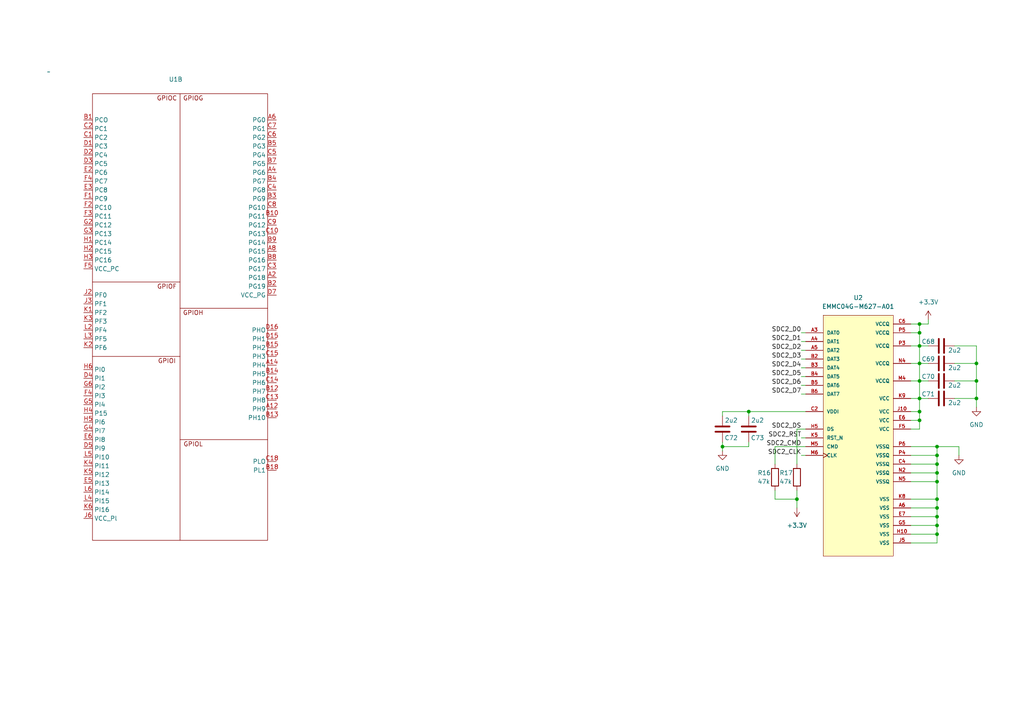
<source format=kicad_sch>
(kicad_sch (version 20230121) (generator eeschema)
  (paper "A4")
  (lib_symbols
    (symbol "Allwinner_H616:Allwinner_H616"
      (property "Reference" "U1" (at 36.83 -2.1844 0))
      (property "Value" "~" (at 0 0 0))
      (symbol "Allwinner_H616_1_0"
        (pin output line (at 64.77 -106.68 180) (length 2.54) (name "VCC_DRAM") (number "L10"))
        (pin output line (at 64.77 -109.22 180) (length 2.54) (name "VCC_DRAM") (number "L11"))
        (pin output line (at 64.77 -111.76 180) (length 2.54) (name "VCC_DRAM") (number "L12"))
        (pin output line (at 64.77 -114.3 180) (length 2.54) (name "VCC_DRAM") (number "L13"))
        (pin output line (at 64.77 -116.84 180) (length 2.54) (name "VDD18_DRAM") (number "L14"))
        (pin output line (at 64.77 -101.6 180) (length 2.54) (name "SZQ") (number "L15"))
        (pin output line (at 8.89 -118.11 0) (length 2.54) (name "SDQM3") (number "N10"))
        (pin output line (at 8.89 -49.53 0) (length 2.54) (name "SA15") (number "N13"))
        (pin output line (at 8.89 -34.29 0) (length 2.54) (name "SA9") (number "N16"))
        (pin output line (at 8.89 -29.21 0) (length 2.54) (name "SA7") (number "N19"))
        (pin output line (at 64.77 -16.51 180) (length 2.54) (name "SDQ2") (number "N2"))
        (pin output line (at 8.89 -74.93 0) (length 2.54) (name "SODT1") (number "N20"))
        (pin output line (at 8.89 -54.61 0) (length 2.54) (name "SBA0") (number "N21"))
        (pin output line (at 64.77 -11.43 180) (length 2.54) (name "SDQ0") (number "N3"))
        (pin output line (at 64.77 -44.45 180) (length 2.54) (name "SDQ13") (number "N4"))
        (pin output line (at 64.77 -49.53 180) (length 2.54) (name "SDQ15") (number "N5"))
        (pin output line (at 64.77 -77.47 180) (length 2.54) (name "SDQ26") (number "N7"))
        (pin output line (at 64.77 -24.13 180) (length 2.54) (name "SDQ5") (number "P1"))
        (pin output line (at 64.77 -82.55 180) (length 2.54) (name "SDQ28") (number "P10"))
        (pin output line (at 64.77 -87.63 180) (length 2.54) (name "SDQ30") (number "P12"))
        (pin output line (at 8.89 -85.09 0) (length 2.54) (name "SCKE1") (number "P13"))
        (pin output line (at 8.89 -24.13 0) (length 2.54) (name "SA5") (number "P15"))
        (pin output line (at 8.89 -44.45 0) (length 2.54) (name "SA13") (number "P16"))
        (pin output line (at 8.89 -64.77 0) (length 2.54) (name "SACT") (number "P18"))
        (pin output line (at 64.77 -29.21 180) (length 2.54) (name "SDQ7") (number "P2"))
        (pin output line (at 8.89 -59.69 0) (length 2.54) (name "SBG0") (number "P20"))
        (pin output line (at 8.89 -62.23 0) (length 2.54) (name "SBG1") (number "P21"))
        (pin output line (at 64.77 -36.83 180) (length 2.54) (name "SDQ10") (number "P4"))
        (pin output line (at 64.77 -31.75 180) (length 2.54) (name "SDQ8") (number "P5"))
        (pin output line (at 64.77 -46.99 180) (length 2.54) (name "SDQ14") (number "P6"))
        (pin output line (at 64.77 -74.93 180) (length 2.54) (name "SDQ25") (number "P7"))
        (pin output line (at 64.77 -80.01 180) (length 2.54) (name "SDQ27") (number "P9"))
        (pin output line (at 8.89 -92.71 0) (length 2.54) (name "SDQS0N") (number "R1"))
        (pin output line (at 64.77 -90.17 180) (length 2.54) (name "SDQ31") (number "R12"))
        (pin output line (at 8.89 -57.15 0) (length 2.54) (name "SBA1") (number "R15"))
        (pin output line (at 8.89 -21.59 0) (length 2.54) (name "SA4") (number "R18"))
        (pin output line (at 8.89 -36.83 0) (length 2.54) (name "SA10") (number "R19"))
        (pin output line (at 8.89 -90.17 0) (length 2.54) (name "SDQS0P") (number "R2"))
        (pin output line (at 8.89 -69.85 0) (length 2.54) (name "SCS1") (number "R20"))
        (pin output line (at 8.89 -113.03 0) (length 2.54) (name "SDQM1") (number "R3"))
        (pin output line (at 64.77 -39.37 180) (length 2.54) (name "SDQ11") (number "R4"))
        (pin output line (at 64.77 -41.91 180) (length 2.54) (name "SDQ12") (number "R6"))
        (pin output line (at 64.77 -72.39 180) (length 2.54) (name "SDQ24") (number "R9"))
        (pin output line (at 64.77 -52.07 180) (length 2.54) (name "SDQ16") (number "T11"))
        (pin output line (at 64.77 -57.15 180) (length 2.54) (name "SDQ18") (number "T12"))
        (pin output line (at 8.89 -77.47 0) (length 2.54) (name "SCKP") (number "T14"))
        (pin output line (at 8.89 -19.05 0) (length 2.54) (name "SA3") (number "T16"))
        (pin output line (at 8.89 -16.51 0) (length 2.54) (name "SA2") (number "T18"))
        (pin output line (at 64.77 -26.67 180) (length 2.54) (name "SDQ6") (number "T2"))
        (pin output line (at 8.89 -72.39 0) (length 2.54) (name "SODT0") (number "T20"))
        (pin output line (at 8.89 -11.43 0) (length 2.54) (name "SA0") (number "T21"))
        (pin output line (at 64.77 -19.05 180) (length 2.54) (name "SDQ3") (number "T4"))
        (pin output line (at 64.77 -69.85 180) (length 2.54) (name "SDQ23") (number "T5"))
        (pin output line (at 64.77 -62.23 180) (length 2.54) (name "SDQ20") (number "T6"))
        (pin output line (at 64.77 -67.31 180) (length 2.54) (name "SDQ22") (number "T7"))
        (pin output line (at 8.89 -115.57 0) (length 2.54) (name "SDQM2") (number "T9"))
        (pin output line (at 8.89 -110.49 0) (length 2.54) (name "SDQM0") (number "U1"))
        (pin output line (at 8.89 -107.95 0) (length 2.54) (name "SDQS3N") (number "U10"))
        (pin output line (at 64.77 -85.09 180) (length 2.54) (name "SDQ29") (number "U11"))
        (pin output line (at 64.77 -54.61 180) (length 2.54) (name "SDQ17") (number "U12"))
        (pin output line (at 8.89 -80.01 0) (length 2.54) (name "SCKN") (number "U14"))
        (pin output line (at 8.89 -39.37 0) (length 2.54) (name "SA11") (number "U15"))
        (pin output line (at 8.89 -41.91 0) (length 2.54) (name "SA12") (number "U16"))
        (pin output line (at 8.89 -13.97 0) (length 2.54) (name "SA1") (number "U17"))
        (pin output line (at 8.89 -52.07 0) (length 2.54) (name "SA16") (number "U18"))
        (pin output line (at 8.89 -31.75 0) (length 2.54) (name "SA8") (number "U19"))
        (pin output line (at 8.89 -95.25 0) (length 2.54) (name "SDQS1P") (number "U2"))
        (pin output line (at 8.89 -26.67 0) (length 2.54) (name "SA6") (number "U20"))
        (pin output line (at 8.89 -87.63 0) (length 2.54) (name "SRST") (number "U21"))
        (pin output line (at 64.77 -21.59 180) (length 2.54) (name "SDQ4") (number "U3"))
        (pin output line (at 64.77 -13.97 180) (length 2.54) (name "SDQ1") (number "U4"))
        (pin output line (at 64.77 -64.77 180) (length 2.54) (name "SDQ21") (number "U5"))
        (pin output line (at 8.89 -102.87 0) (length 2.54) (name "SDQS2N") (number "U8"))
        (pin output line (at 64.77 -59.69 180) (length 2.54) (name "SDQ19") (number "U9"))
        (pin output line (at 8.89 -105.41 0) (length 2.54) (name "SDQS3P") (number "V10"))
        (pin output line (at 8.89 -82.55 0) (length 2.54) (name "SCKE0") (number "V15"))
        (pin output line (at 8.89 -67.31 0) (length 2.54) (name "SCS0") (number "V17"))
        (pin output line (at 8.89 -97.79 0) (length 2.54) (name "SDQS1N") (number "V2"))
        (pin output line (at 8.89 -46.99 0) (length 2.54) (name "SA14") (number "V20"))
        (pin output line (at 64.77 -34.29 180) (length 2.54) (name "SDQ9") (number "V3"))
        (pin output line (at 8.89 -100.33 0) (length 2.54) (name "SDQS2P") (number "V8"))
      )
      (symbol "Allwinner_H616_1_1"
        (polyline (pts (xy 21.59 -5.08) (xy 21.59 -90.17)))
        (polyline (pts (xy 33.02 -5.08) (xy 33.02 -90.17)))
        (rectangle (start 11.43 -5.08) (end 62.23 -123.19))
        (text "SA7\nSA11\nSA2\nSRAS\nSA13\nSA14\nSBA2\nSCSI\nSA10\nSCAS\nSA3\nSBA1\nSA4\nSA12\nSWE\nSA6\nSA15\nSODT1\nSA1\nSBA0\nSCS0\nSA0\nSA8\nSA5\nSA9\nSODT0\n\n\n\n\n\n\n\n\n\n\n\nSRAS" (at 24.13 -49.53 0) (effects (font (size 1.27 1.27)) (justify left)))
        (text "SDRAM" (at 15.24 -6.35 0) (effects (font (size 1.27 1.27))))
        (pin output line (at 64.77 -104.14 180) (length 2.54) (name "VCC_DRAM") (number "L9"))
      )
      (symbol "Allwinner_H616_2_0"
        (pin output line (at 66.04 -97.79 180) (length 2.54) (name "PH9") (number "A12"))
        (pin output line (at 66.04 -85.09 180) (length 2.54) (name "PH4") (number "A14"))
        (pin output line (at 66.04 -59.69 180) (length 2.54) (name "PG18") (number "A2"))
        (pin output line (at 66.04 -29.21 180) (length 2.54) (name "PG6") (number "A4"))
        (pin output line (at 66.04 -13.97 180) (length 2.54) (name "PG0") (number "A6"))
        (pin output line (at 66.04 -52.07 180) (length 2.54) (name "PG15") (number "A8"))
        (pin output line (at 10.16 -13.97 0) (length 2.54) (name "PCO") (number "B1"))
        (pin output line (at 66.04 -41.91 180) (length 2.54) (name "PG11") (number "B10"))
        (pin output line (at 66.04 -92.71 180) (length 2.54) (name "PH7") (number "B12"))
        (pin output line (at 66.04 -100.33 180) (length 2.54) (name "PH10") (number "B13"))
        (pin output line (at 66.04 -87.63 180) (length 2.54) (name "PH5") (number "B14"))
        (pin output line (at 66.04 -80.01 180) (length 2.54) (name "PH2") (number "B15"))
        (pin output line (at 66.04 -115.57 180) (length 2.54) (name "PL1") (number "B18"))
        (pin output line (at 66.04 -62.23 180) (length 2.54) (name "PG19") (number "B2"))
        (pin output line (at 66.04 -36.83 180) (length 2.54) (name "PG9") (number "B3"))
        (pin output line (at 66.04 -31.75 180) (length 2.54) (name "PG7") (number "B4"))
        (pin output line (at 66.04 -21.59 180) (length 2.54) (name "PG3") (number "B5"))
        (pin output line (at 66.04 -26.67 180) (length 2.54) (name "PG5") (number "B7"))
        (pin output line (at 66.04 -54.61 180) (length 2.54) (name "PG16") (number "B8"))
        (pin output line (at 66.04 -49.53 180) (length 2.54) (name "PG14") (number "B9"))
        (pin output line (at 10.16 -19.05 0) (length 2.54) (name "PC2") (number "C1"))
        (pin output line (at 66.04 -46.99 180) (length 2.54) (name "PG13") (number "C10"))
        (pin output line (at 66.04 -95.25 180) (length 2.54) (name "PH8") (number "C13"))
        (pin output line (at 66.04 -90.17 180) (length 2.54) (name "PH6") (number "C14"))
        (pin output line (at 66.04 -82.55 180) (length 2.54) (name "PH3") (number "C15"))
        (pin output line (at 66.04 -113.03 180) (length 2.54) (name "PLO") (number "C18"))
        (pin output line (at 10.16 -16.51 0) (length 2.54) (name "PC1") (number "C2"))
        (pin output line (at 66.04 -57.15 180) (length 2.54) (name "PG17") (number "C3"))
        (pin output line (at 66.04 -34.29 180) (length 2.54) (name "PG8") (number "C4"))
        (pin output line (at 66.04 -24.13 180) (length 2.54) (name "PG4") (number "C5"))
        (pin output line (at 66.04 -19.05 180) (length 2.54) (name "PG2") (number "C6"))
        (pin output line (at 66.04 -16.51 180) (length 2.54) (name "PG1") (number "C7"))
        (pin output line (at 66.04 -39.37 180) (length 2.54) (name "PG10") (number "C8"))
        (pin output line (at 66.04 -44.45 180) (length 2.54) (name "PG12") (number "C9"))
        (pin output line (at 10.16 -21.59 0) (length 2.54) (name "PC3") (number "D1"))
        (pin output line (at 66.04 -77.47 180) (length 2.54) (name "PH1") (number "D15"))
        (pin output line (at 66.04 -74.93 180) (length 2.54) (name "PHO") (number "D16"))
        (pin output line (at 10.16 -24.13 0) (length 2.54) (name "PC4") (number "D2"))
        (pin output line (at 10.16 -26.67 0) (length 2.54) (name "PC5") (number "D3"))
        (pin output line (at 10.16 -88.9 0) (length 2.54) (name "PI1") (number "D4"))
        (pin output line (at 10.16 -109.22 0) (length 2.54) (name "PI9") (number "D5"))
        (pin output line (at 66.04 -64.77 180) (length 2.54) (name "VCC_PG") (number "D7"))
        (pin output line (at 10.16 -29.21 0) (length 2.54) (name "PC6") (number "E2"))
        (pin output line (at 10.16 -34.29 0) (length 2.54) (name "PC8") (number "E3"))
        (pin output line (at 10.16 -119.38 0) (length 2.54) (name "PI13") (number "E5"))
        (pin output line (at 10.16 -106.68 0) (length 2.54) (name "PI8") (number "E6"))
        (pin output line (at 10.16 -36.83 0) (length 2.54) (name "PC9") (number "F1"))
        (pin output line (at 10.16 -39.37 0) (length 2.54) (name "PC10") (number "F2"))
        (pin output line (at 10.16 -41.91 0) (length 2.54) (name "PC11") (number "F3"))
        (pin output line (at 10.16 -31.75 0) (length 2.54) (name "PC7") (number "F4"))
        (pin output line (at 10.16 -93.98 0) (length 2.54) (name "PI3") (number "F4"))
        (pin output line (at 10.16 -57.15 0) (length 2.54) (name "VCC_PC") (number "F5"))
        (pin output line (at 10.16 -44.45 0) (length 2.54) (name "PC12") (number "G2"))
        (pin output line (at 10.16 -46.99 0) (length 2.54) (name "PC13") (number "G3"))
        (pin output line (at 10.16 -104.14 0) (length 2.54) (name "PI7") (number "G4"))
        (pin output line (at 10.16 -96.52 0) (length 2.54) (name "PI4") (number "G5"))
        (pin output line (at 10.16 -91.44 0) (length 2.54) (name "PI2") (number "G6"))
        (pin output line (at 10.16 -49.53 0) (length 2.54) (name "PC14") (number "H1"))
        (pin output line (at 10.16 -52.07 0) (length 2.54) (name "PC15") (number "H2"))
        (pin output line (at 10.16 -54.61 0) (length 2.54) (name "PC16") (number "H3"))
        (pin output line (at 10.16 -99.06 0) (length 2.54) (name "P15") (number "H4"))
        (pin output line (at 10.16 -101.6 0) (length 2.54) (name "PI6") (number "H5"))
        (pin output line (at 10.16 -86.36 0) (length 2.54) (name "PI0") (number "H6"))
        (pin output line (at 10.16 -64.77 0) (length 2.54) (name "PF0") (number "J2"))
        (pin output line (at 10.16 -67.31 0) (length 2.54) (name "PF1") (number "J3"))
        (pin output line (at 10.16 -129.54 0) (length 2.54) (name "VCC_Pl") (number "J6"))
        (pin output line (at 10.16 -69.85 0) (length 2.54) (name "PF2") (number "K1"))
        (pin output line (at 10.16 -80.01 0) (length 2.54) (name "PF6") (number "K2"))
        (pin output line (at 10.16 -72.39 0) (length 2.54) (name "PF3") (number "K3"))
        (pin output line (at 10.16 -114.3 0) (length 2.54) (name "PI11") (number "K4"))
        (pin output line (at 10.16 -116.84 0) (length 2.54) (name "PI12") (number "K5"))
        (pin output line (at 10.16 -127 0) (length 2.54) (name "PI16") (number "K6"))
        (pin output line (at 10.16 -74.93 0) (length 2.54) (name "PF4") (number "L2"))
        (pin output line (at 10.16 -77.47 0) (length 2.54) (name "PF5") (number "L3"))
        (pin output line (at 10.16 -124.46 0) (length 2.54) (name "PI15") (number "L4"))
        (pin output line (at 10.16 -111.76 0) (length 2.54) (name "PI10") (number "L5"))
        (pin output line (at 10.16 -121.92 0) (length 2.54) (name "PI14") (number "L6"))
      )
      (symbol "Allwinner_H616_2_1"
        (polyline (pts (xy 12.7 -82.55) (xy 38.1 -82.55)))
        (polyline (pts (xy 12.7 -60.96) (xy 38.1 -60.96)))
        (polyline (pts (xy 38.1 -135.89) (xy 38.1 -6.35)))
        (polyline (pts (xy 63.5 -106.68) (xy 38.1 -106.68)))
        (polyline (pts (xy 63.5 -68.58) (xy 38.1 -68.58)))
        (rectangle (start 12.7 -6.35) (end 63.5 -135.89))
        (text "GPIOC\n" (at 34.29 -7.62 0) (effects (font (size 1.27 1.27))))
        (text "GPIOF\n" (at 34.29 -62.23 0) (effects (font (size 1.27 1.27))))
        (text "GPIOG\n" (at 41.91 -7.62 0) (effects (font (size 1.27 1.27))))
        (text "GPIOH\n" (at 41.91 -69.85 0) (effects (font (size 1.27 1.27))))
        (text "GPIOI" (at 34.29 -83.82 0) (effects (font (size 1.27 1.27))))
        (text "GPIOL\n" (at 41.91 -107.95 0) (effects (font (size 1.27 1.27))))
      )
      (symbol "Allwinner_H616_3_0"
        (pin output line (at 8.89 -38.1 0) (length 2.54) (name "RESET") (number "A16"))
        (pin output line (at 66.04 -69.85 180) (length 2.54) (name "EPHY_TXP") (number "A19"))
        (pin output line (at 66.04 -67.31 180) (length 2.54) (name "EPHY_TXN") (number "A20"))
        (pin output line (at 10.16 -77.47 0) (length 2.54) (name "DXIN") (number "B11"))
        (pin output line (at 8.89 -33.02 0) (length 2.54) (name "FEL") (number "B17"))
        (pin output line (at 66.04 -59.69 180) (length 2.54) (name "EPHY_RTX") (number "B19"))
        (pin output line (at 66.04 -64.77 180) (length 2.54) (name "EPHY_RXP") (number "B20"))
        (pin output line (at 66.04 -62.23 180) (length 2.54) (name "EPHY_RXN") (number "B21"))
        (pin output line (at 10.16 -85.09 0) (length 2.54) (name "REFCLK_OUT") (number "C11"))
        (pin output line (at 10.16 -80.01 0) (length 2.54) (name "DXOUT") (number "C12"))
        (pin output line (at 8.89 -35.56 0) (length 2.54) (name "JTAG_SEL") (number "C16"))
        (pin output line (at 66.04 -29.21 180) (length 2.54) (name "HTX2P") (number "C19"))
        (pin output line (at 66.04 -26.67 180) (length 2.54) (name "HTX2N") (number "C20"))
        (pin output line (at 10.16 -87.63 0) (length 2.54) (name "VCC_DOXO") (number "D11"))
        (pin output line (at 66.04 -100.33 180) (length 2.54) (name "VCC_PLL") (number "D12"))
        (pin output line (at 10.16 -82.55 0) (length 2.54) (name "DXLDO__OUT") (number "D13"))
        (pin output line (at 8.89 -40.64 0) (length 2.54) (name "PLLTEST") (number "D14"))
        (pin output line (at 66.04 -54.61 180) (length 2.54) (name "AC_VRA1") (number "D17"))
        (pin output line (at 66.04 -57.15 180) (length 2.54) (name "AC_AVCC") (number "D18"))
        (pin output line (at 66.04 -24.13 180) (length 2.54) (name "HTX1P") (number "D20"))
        (pin output line (at 66.04 -21.59 180) (length 2.54) (name "HTXIN") (number "D21"))
        (pin output line (at 66.04 -72.39 180) (length 2.54) (name "VCC_EPHY") (number "E18"))
        (pin output line (at 66.04 -19.05 180) (length 2.54) (name "HTXOP") (number "E19"))
        (pin output line (at 66.04 -16.51 180) (length 2.54) (name "HTXON") (number "E20"))
        (pin output line (at 66.04 -46.99 180) (length 2.54) (name "VCC_HDMI") (number "F18"))
        (pin output line (at 66.04 -41.91 180) (length 2.54) (name "HSCL") (number "F19"))
        (pin output line (at 66.04 -34.29 180) (length 2.54) (name "HTXCP") (number "F20"))
        (pin output line (at 66.04 -31.75 180) (length 2.54) (name "HTXCN") (number "F21"))
        (pin output line (at 66.04 -36.83 180) (length 2.54) (name "HCEC") (number "G17"))
        (pin output line (at 66.04 -39.37 180) (length 2.54) (name "HHPD") (number "G18"))
        (pin output line (at 66.04 -87.63 180) (length 2.54) (name "LINEOUTL") (number "G19"))
        (pin output line (at 66.04 -90.17 180) (length 2.54) (name "LINEOUTR") (number "G20"))
        (pin output line (at 66.04 -44.45 180) (length 2.54) (name "HSDA") (number "G21"))
        (pin output line (at 66.04 -85.09 180) (length 2.54) (name "AVCC") (number "H17"))
        (pin output line (at 66.04 -92.71 180) (length 2.54) (name "AGND") (number "H18"))
        (pin output line (at 10.16 -26.67 0) (length 2.54) (name "VCC_TV") (number "H20"))
        (pin output line (at 66.04 -82.55 180) (length 2.54) (name "VRA2") (number "J17"))
        (pin output line (at 66.04 -80.01 180) (length 2.54) (name "VRA1") (number "J18"))
        (pin output line (at 10.16 -48.26 0) (length 2.54) (name "USB0_DM") (number "J19"))
        (pin output line (at 10.16 -50.8 0) (length 2.54) (name "USB0_DP") (number "J20"))
        (pin output line (at 10.16 -24.13 0) (length 2.54) (name "TV_OUT") (number "J21"))
        (pin output line (at 66.04 -95.25 180) (length 2.54) (name "REXT") (number "K18"))
        (pin output line (at 10.16 -58.42 0) (length 2.54) (name "USB2_DM") (number "K19"))
        (pin output line (at 10.16 -60.96 0) (length 2.54) (name "USB2_DP") (number "K20"))
        (pin output line (at 10.16 -17.78 0) (length 2.54) (name "LRADC") (number "L18"))
        (pin output line (at 10.16 -63.5 0) (length 2.54) (name "USB3_DM") (number "L19"))
        (pin output line (at 10.16 -66.04 0) (length 2.54) (name "USB3_DP") (number "L20"))
        (pin output line (at 10.16 -68.58 0) (length 2.54) (name "VCC_USB") (number "M18"))
        (pin output line (at 10.16 -53.34 0) (length 2.54) (name "USB1_DM") (number "M19"))
        (pin output line (at 10.16 -55.88 0) (length 2.54) (name "USB1_DP") (number "M20"))
      )
      (symbol "Allwinner_H616_3_1"
        (polyline (pts (xy 12.7 -72.39) (xy 38.1 -72.39)))
        (polyline (pts (xy 12.7 -44.45) (xy 38.1 -44.45)))
        (polyline (pts (xy 12.7 -29.21) (xy 38.1 -29.21)))
        (polyline (pts (xy 12.7 -20.32) (xy 38.1 -20.32)))
        (polyline (pts (xy 38.1 -76.2) (xy 63.5 -76.2)))
        (polyline (pts (xy 38.1 -11.43) (xy 38.1 -102.87)))
        (polyline (pts (xy 63.5 -50.8) (xy 38.1 -50.8)))
        (rectangle (start 12.7 -11.43) (end 63.5 -102.87))
        (text "AC+EPHY" (at 44.45 -52.07 0) (effects (font (size 1.27 1.27))))
        (text "AUDIO CODEC" (at 45.72 -77.47 0) (effects (font (size 1.27 1.27))))
        (text "DCXO\n" (at 34.29 -73.66 0) (effects (font (size 1.27 1.27))))
        (text "HDMI\n" (at 41.91 -12.7 0) (effects (font (size 1.27 1.27))))
        (text "LRADC\n" (at 33.02 -12.7 0) (effects (font (size 1.27 1.27))))
        (text "SYSTEM\n" (at 33.02 -30.48 0) (effects (font (size 1.27 1.27))))
        (text "TV OUT" (at 33.02 -21.59 0) (effects (font (size 1.27 1.27))))
        (text "USB\n" (at 34.29 -45.72 0) (effects (font (size 1.27 1.27))))
      )
      (symbol "Allwinner_H616_4_0"
        (pin output line (at 10.668 -75.692 0) (length 2.54) (name "GND1") (number "A1"))
        (pin output line (at 10.668 -78.232 0) (length 2.54) (name "GND2") (number "A10"))
        (pin output line (at 10.668 -80.772 0) (length 2.54) (name "GND3") (number "A18"))
        (pin output line (at 10.668 -83.312 0) (length 2.54) (name "GND4") (number "A21"))
        (pin output line (at 10.668 -88.392 0) (length 2.54) (name "GND6") (number "B16"))
        (pin output line (at 10.668 -85.852 0) (length 2.54) (name "GND5") (number "B6"))
        (pin output line (at 10.668 -69.342 0) (length 2.54) (name "VCC_IO") (number "D10"))
        (pin output line (at 10.668 -90.932 0) (length 2.54) (name "GND7") (number "D19"))
        (pin output line (at 10.668 -55.372 0) (length 2.54) (name "VDD_GPU2") (number "F10"))
        (pin output line (at 10.668 -10.922 0) (length 2.54) (name "VDD_SYS1") (number "F11"))
        (pin output line (at 10.668 -13.462 0) (length 2.54) (name "VDD_SYS2") (number "F12"))
        (pin output line (at 10.668 -16.002 0) (length 2.54) (name "VDD_SYS3") (number "F13"))
        (pin output line (at 10.668 -93.472 0) (length 2.54) (name "GND8") (number "F14"))
        (pin output line (at 10.668 -96.012 0) (length 2.54) (name "GND9") (number "F15"))
        (pin output line (at 10.668 -62.992 0) (length 2.54) (name "VDD_GPUFB") (number "F8"))
        (pin output line (at 10.668 -52.832 0) (length 2.54) (name "VDD_GPU1") (number "F9"))
        (pin output line (at 10.668 -18.542 0) (length 2.54) (name "VDD_SYS4") (number "G10"))
        (pin output line (at 10.668 -21.082 0) (length 2.54) (name "VDD_SYS5") (number "G11"))
        (pin output line (at 10.668 -23.622 0) (length 2.54) (name "VDD_SYS6") (number "G12"))
        (pin output line (at 10.668 -98.552 0) (length 2.54) (name "GND10") (number "G13"))
        (pin output line (at 10.668 -101.092 0) (length 2.54) (name "GND11") (number "G14"))
        (pin output line (at 10.668 -103.632 0) (length 2.54) (name "GND12") (number "G15"))
        (pin output line (at 10.668 -57.912 0) (length 2.54) (name "VDD_GPU3") (number "G8"))
        (pin output line (at 10.668 -60.452 0) (length 2.54) (name "VDD_GPU4") (number "G9"))
        (pin output line (at 10.668 -106.172 0) (length 2.54) (name "GND13") (number "H10"))
        (pin output line (at 10.668 -108.712 0) (length 2.54) (name "GND14") (number "H11"))
        (pin output line (at 10.668 -111.252 0) (length 2.54) (name "GND15") (number "H12"))
        (pin output line (at 65.278 -9.652 180) (length 2.54) (name "GND16") (number "H13"))
        (pin output line (at 65.278 -12.192 180) (length 2.54) (name "GND17") (number "H14"))
        (pin output line (at 65.278 -14.732 180) (length 2.54) (name "GND18") (number "H15"))
        (pin output line (at 65.278 -17.272 180) (length 2.54) (name "GND19") (number "H19"))
        (pin output line (at 10.668 -31.242 0) (length 2.54) (name "VDD_CPU1") (number "H8"))
        (pin output line (at 10.668 -33.782 0) (length 2.54) (name "VDD_CPU2") (number "H9"))
        (pin output line (at 10.668 -41.402 0) (length 2.54) (name "VDD_CPU5") (number "J10"))
        (pin output line (at 10.668 -43.942 0) (length 2.54) (name "VDD_CPU6") (number "J11"))
        (pin output line (at 65.278 -19.812 180) (length 2.54) (name "GND20") (number "J12"))
        (pin output line (at 65.278 -22.352 180) (length 2.54) (name "GND21") (number "J13"))
        (pin output line (at 65.278 -24.892 180) (length 2.54) (name "GND22") (number "J14"))
        (pin output line (at 65.278 -27.432 180) (length 2.54) (name "GND23") (number "J15"))
        (pin output line (at 10.668 -36.322 0) (length 2.54) (name "VDD_CPU3") (number "J8"))
        (pin output line (at 10.668 -38.862 0) (length 2.54) (name "VDD_CPU4") (number "J9"))
        (pin output line (at 65.278 -35.052 180) (length 2.54) (name "GND26") (number "K10"))
        (pin output line (at 65.278 -37.592 180) (length 2.54) (name "GND27") (number "K11"))
        (pin output line (at 65.278 -40.132 180) (length 2.54) (name "GND28") (number "K12"))
        (pin output line (at 65.278 -42.672 180) (length 2.54) (name "GND29") (number "K13"))
        (pin output line (at 65.278 -45.212 180) (length 2.54) (name "GND30") (number "K14"))
        (pin output line (at 65.278 -47.752 180) (length 2.54) (name "GND31") (number "K15"))
        (pin output line (at 65.278 -29.972 180) (length 2.54) (name "GND24") (number "K8"))
        (pin output line (at 65.278 -32.512 180) (length 2.54) (name "GND25") (number "K9"))
        (pin output line (at 65.278 -50.292 180) (length 2.54) (name "GND32") (number "L21"))
        (pin output line (at 10.668 -46.482 0) (length 2.54) (name "VDD_CPUFB") (number "L8"))
        (pin output line (at 65.278 -52.832 180) (length 2.54) (name "GND33") (number "M1"))
        (pin output line (at 65.278 -55.372 180) (length 2.54) (name "GND34") (number "M2"))
        (pin output line (at 65.278 -57.912 180) (length 2.54) (name "GND35") (number "M3"))
        (pin output line (at 65.278 -65.532 180) (length 2.54) (name "GND38") (number "N12"))
        (pin output line (at 65.278 -68.072 180) (length 2.54) (name "GND39") (number "N15"))
        (pin output line (at 65.278 -70.612 180) (length 2.54) (name "GND40") (number "N18"))
        (pin output line (at 65.278 -60.452 180) (length 2.54) (name "GND36") (number "N6"))
        (pin output line (at 65.278 -62.992 180) (length 2.54) (name "GND37") (number "N9"))
        (pin output line (at 65.278 -73.152 180) (length 2.54) (name "GND41") (number "P3"))
        (pin output line (at 65.278 -78.232 180) (length 2.54) (name "GND43") (number "R21"))
        (pin output line (at 65.278 -75.692 180) (length 2.54) (name "GND42") (number "R5"))
        (pin output line (at 65.278 -80.772 180) (length 2.54) (name "GND44") (number "T1"))
        (pin output line (at 65.278 -88.392 180) (length 2.54) (name "GND47") (number "T10"))
        (pin output line (at 65.278 -90.932 180) (length 2.54) (name "GND48") (number "T15"))
        (pin output line (at 65.278 -93.472 180) (length 2.54) (name "GND49") (number "T17"))
        (pin output line (at 65.278 -83.312 180) (length 2.54) (name "GND45") (number "T3"))
        (pin output line (at 65.278 -85.852 180) (length 2.54) (name "GND46") (number "T8"))
        (pin output line (at 65.278 -98.552 180) (length 2.54) (name "GND51") (number "U13"))
        (pin output line (at 65.278 -96.012 180) (length 2.54) (name "GND50") (number "U6"))
        (pin output line (at 65.278 -101.092 180) (length 2.54) (name "GND52") (number "V1"))
        (pin output line (at 65.278 -106.172 180) (length 2.54) (name "GND54") (number "V12"))
        (pin output line (at 65.278 -108.712 180) (length 2.54) (name "GND55") (number "V19"))
        (pin output line (at 65.278 -111.252 180) (length 2.54) (name "GND56") (number "V21"))
        (pin output line (at 65.278 -103.632 180) (length 2.54) (name "GND53") (number "V5"))
      )
      (symbol "Allwinner_H616_4_1"
        (polyline (pts (xy 39.37 -6.35) (xy 39.37 -121.92)))
        (rectangle (start 13.208 -6.35) (end 62.484 -121.92))
        (text "GND" (at 43.18 -7.62 0) (effects (font (size 1.27 1.27))))
        (text "POWER\n" (at 34.29 -7.62 0) (effects (font (size 1.27 1.27))))
      )
    )
    (symbol "Device:C" (pin_numbers hide) (pin_names (offset 0.254))
      (property "Reference" "C" (at 0.635 2.54 0))
      (property "Value" "C" (at 0.635 -2.54 0))
      (symbol "C_0_1"
        (polyline (pts (xy -2.032 -0.762) (xy 2.032 -0.762)) (stroke (width 0.508)))
        (polyline (pts (xy -2.032 0.762) (xy 2.032 0.762)) (stroke (width 0.508)))
      )
      (symbol "C_1_1"
        (pin passive line (at 0 3.81 270) (length 2.794) (name "~") (number "1"))
        (pin passive line (at 0 -3.81 90) (length 2.794) (name "~") (number "2"))
      )
    )
    (symbol "Device:R" (pin_numbers hide) (pin_names (offset 0))
      (property "Reference" "R" (at 2.032 0 90))
      (property "Value" "R" (at 0 0 90))
      (symbol "R_0_1"
        (rectangle (start -1.016 -2.54) (end 1.016 2.54) (stroke (width 0.254)))
      )
      (symbol "R_1_1"
        (pin passive line (at 0 3.81 270) (length 1.27) (name "~") (number "1"))
        (pin passive line (at 0 -3.81 90) (length 1.27) (name "~") (number "2"))
      )
    )
    (symbol "EMMC04G-M627-A01:EMMC04G-M627-A01" (pin_names (offset 1.016))
      (property "Reference" "U2" (at 0 30.48 0))
      (property "Value" "EMMC04G-M627-A01" (at 0 27.94 0))
      (symbol "EMMC04G-M627-A01_0_0"
        (rectangle (start -10.16 25.4) (end 10.16 -44.45) (stroke (width 0.127)) (fill (type background)))
        (pin bidirectional line (at -15.24 20.32 0) (length 5.08) (name "DAT0") (number "A3"))
        (pin bidirectional line (at -15.24 17.78 0) (length 5.08) (name "DAT1") (number "A4"))
        (pin bidirectional line (at -15.24 15.24 0) (length 5.08) (name "DAT2") (number "A5"))
        (pin power_in line (at 15.24 -30.48 180) (length 5.08) (name "VSS") (number "A6"))
        (pin bidirectional line (at -15.24 12.7 0) (length 5.08) (name "DAT3") (number "B2"))
        (pin bidirectional line (at -15.24 10.16 0) (length 5.08) (name "DAT4") (number "B3"))
        (pin bidirectional line (at -15.24 7.62 0) (length 5.08) (name "DAT5") (number "B4"))
        (pin bidirectional line (at -15.24 5.08 0) (length 5.08) (name "DAT6") (number "B5"))
        (pin bidirectional line (at -15.24 2.54 0) (length 5.08) (name "DAT7") (number "B6"))
        (pin power_in line (at -15.24 -2.54 0) (length 5.08) (name "VDDI") (number "C2"))
        (pin power_in line (at 15.24 -17.78 180) (length 5.08) (name "VSSQ") (number "C4"))
        (pin power_in line (at 15.24 22.86 180) (length 5.08) (name "VCCQ") (number "C6"))
        (pin power_in line (at 15.24 -5.08 180) (length 5.08) (name "VCC") (number "E6"))
        (pin power_in line (at 15.24 -33.02 180) (length 5.08) (name "VSS") (number "E7"))
        (pin power_in line (at 15.24 -7.62 180) (length 5.08) (name "VCC") (number "F5"))
        (pin power_in line (at 15.24 -35.56 180) (length 5.08) (name "VSS") (number "G5"))
        (pin power_in line (at 15.24 -38.1 180) (length 5.08) (name "VSS") (number "H10"))
        (pin bidirectional line (at -15.24 -7.62 0) (length 5.08) (name "DS") (number "H5"))
        (pin power_in line (at 15.24 -2.54 180) (length 5.08) (name "VCC") (number "J10"))
        (pin power_in line (at 15.24 -40.64 180) (length 5.08) (name "VSS") (number "J5"))
        (pin input line (at -15.24 -10.16 0) (length 5.08) (name "RST_N") (number "K5"))
        (pin power_in line (at 15.24 -27.94 180) (length 5.08) (name "VSS") (number "K8"))
        (pin power_in line (at 15.24 1.27 180) (length 5.08) (name "VCC") (number "K9"))
        (pin power_in line (at 15.24 6.35 180) (length 5.08) (name "VCCQ") (number "M4"))
        (pin bidirectional line (at -15.24 -12.7 0) (length 5.08) (name "CMD") (number "M5"))
        (pin input clock (at -15.24 -15.24 0) (length 5.08) (name "CLK") (number "M6"))
        (pin power_in line (at 15.24 -20.32 180) (length 5.08) (name "VSSQ") (number "N2"))
        (pin power_in line (at 15.24 11.43 180) (length 5.08) (name "VCCQ") (number "N4"))
        (pin power_in line (at 15.24 -22.86 180) (length 5.08) (name "VSSQ") (number "N5"))
        (pin power_in line (at 15.24 16.51 180) (length 5.08) (name "VCCQ") (number "P3"))
        (pin power_in line (at 15.24 -15.24 180) (length 5.08) (name "VSSQ") (number "P4"))
        (pin power_in line (at 15.24 20.32 180) (length 5.08) (name "VCCQ") (number "P5"))
        (pin power_in line (at 15.24 -12.7 180) (length 5.08) (name "VSSQ") (number "P6"))
      )
    )
    (symbol "power:+3.3V" (power) (pin_names (offset 0))
      (property "Value" "+3.3V" (at 0 3.556 0))
      (symbol "+3.3V_0_1"
        (polyline (pts (xy -0.762 1.27) (xy 0 2.54)))
        (polyline (pts (xy 0 0) (xy 0 2.54)))
        (polyline (pts (xy 0 2.54) (xy 0.762 1.27)))
      )
      (symbol "+3.3V_1_1"
        (pin power_in line (at 0 0 90) (length 0) hide (name "+3.3V") (number "1"))
      )
    )
    (symbol "power:GND" (power) (pin_names (offset 0))
      (property "Value" "GND" (at 0 -3.81 0))
      (symbol "GND_0_1"
        (polyline (pts (xy 0 0) (xy 0 -1.27) (xy 1.27 -1.27) (xy 0 -2.54) (xy -1.27 -1.27) (xy 0 -1.27)))
      )
      (symbol "GND_1_1"
        (pin power_in line (at 0 0 270) (length 0) hide (name "GND") (number "1"))
      )
    )
  )
  (junction (at 271.78 134.62))
  (junction (at 271.78 139.7))
  (junction (at 271.78 152.4))
  (junction (at 271.78 144.78))
  (junction (at 271.78 132.08))
  (junction (at 283.21 105.41))
  (junction (at 283.21 115.57))
  (junction (at 271.78 137.16))
  (junction (at 266.7 100.33))
  (junction (at 266.7 121.92))
  (junction (at 271.78 147.32))
  (junction (at 266.7 115.57))
  (junction (at 266.7 93.98))
  (junction (at 231.14 144.78))
  (junction (at 271.78 149.86))
  (junction (at 217.17 119.38))
  (junction (at 209.55 129.54))
  (junction (at 266.7 96.52))
  (junction (at 271.78 129.54))
  (junction (at 266.7 110.49))
  (junction (at 283.21 110.49))
  (junction (at 266.7 105.41))
  (junction (at 266.7 119.38))
  (junction (at 271.78 154.94))
  (wire (pts (xy 264.16 96.52) (xy 266.7 96.52)))
  (wire (pts (xy 264.16 147.32) (xy 271.78 147.32)))
  (wire (pts (xy 266.7 105.41) (xy 269.24 105.41)))
  (wire (pts (xy 209.55 119.38) (xy 209.55 120.65)))
  (wire (pts (xy 264.16 93.98) (xy 266.7 93.98)))
  (wire (pts (xy 266.7 100.33) (xy 269.24 100.33)))
  (wire (pts (xy 232.41 111.76) (xy 233.68 111.76)))
  (wire (pts (xy 232.41 101.6) (xy 233.68 101.6)))
  (wire (pts (xy 217.17 119.38) (xy 217.17 120.65)))
  (wire (pts (xy 283.21 115.57) (xy 283.21 118.11)))
  (wire (pts (xy 224.79 134.62) (xy 224.79 129.54)))
  (wire (pts (xy 209.55 129.54) (xy 217.17 129.54)))
  (wire (pts (xy 266.7 105.41) (xy 266.7 110.49)))
  (wire (pts (xy 271.78 132.08) (xy 271.78 129.54)))
  (wire (pts (xy 232.41 99.06) (xy 233.68 99.06)))
  (wire (pts (xy 264.16 132.08) (xy 271.78 132.08)))
  (wire (pts (xy 232.41 127) (xy 233.68 127)))
  (wire (pts (xy 264.16 149.86) (xy 271.78 149.86)))
  (wire (pts (xy 224.79 142.24) (xy 224.79 144.78)))
  (wire (pts (xy 264.16 137.16) (xy 271.78 137.16)))
  (wire (pts (xy 266.7 119.38) (xy 266.7 121.92)))
  (wire (pts (xy 209.55 128.27) (xy 209.55 129.54)))
  (wire (pts (xy 217.17 128.27) (xy 217.17 129.54)))
  (wire (pts (xy 264.16 121.92) (xy 266.7 121.92)))
  (wire (pts (xy 271.78 147.32) (xy 271.78 144.78)))
  (wire (pts (xy 264.16 139.7) (xy 271.78 139.7)))
  (wire (pts (xy 231.14 134.62) (xy 231.14 124.46)))
  (wire (pts (xy 271.78 134.62) (xy 271.78 132.08)))
  (wire (pts (xy 271.78 157.48) (xy 271.78 154.94)))
  (wire (pts (xy 276.86 105.41) (xy 283.21 105.41)))
  (wire (pts (xy 266.7 100.33) (xy 266.7 105.41)))
  (wire (pts (xy 209.55 129.54) (xy 209.55 130.81)))
  (wire (pts (xy 231.14 144.78) (xy 231.14 147.32)))
  (wire (pts (xy 283.21 100.33) (xy 283.21 105.41)))
  (wire (pts (xy 217.17 119.38) (xy 209.55 119.38)))
  (wire (pts (xy 233.68 119.38) (xy 217.17 119.38)))
  (wire (pts (xy 264.16 119.38) (xy 266.7 119.38)))
  (wire (pts (xy 276.86 110.49) (xy 283.21 110.49)))
  (wire (pts (xy 271.78 144.78) (xy 264.16 144.78)))
  (wire (pts (xy 276.86 115.57) (xy 283.21 115.57)))
  (wire (pts (xy 271.78 137.16) (xy 271.78 134.62)))
  (wire (pts (xy 232.41 109.22) (xy 233.68 109.22)))
  (wire (pts (xy 224.79 129.54) (xy 233.68 129.54)))
  (wire (pts (xy 264.16 154.94) (xy 271.78 154.94)))
  (wire (pts (xy 232.41 132.08) (xy 233.68 132.08)))
  (wire (pts (xy 264.16 129.54) (xy 271.78 129.54)))
  (wire (pts (xy 264.16 100.33) (xy 266.7 100.33)))
  (wire (pts (xy 269.24 92.71) (xy 269.24 93.98)))
  (wire (pts (xy 264.16 105.41) (xy 266.7 105.41)))
  (wire (pts (xy 264.16 134.62) (xy 271.78 134.62)))
  (wire (pts (xy 271.78 154.94) (xy 271.78 152.4)))
  (wire (pts (xy 276.86 100.33) (xy 283.21 100.33)))
  (wire (pts (xy 266.7 96.52) (xy 266.7 100.33)))
  (wire (pts (xy 271.78 149.86) (xy 271.78 147.32)))
  (wire (pts (xy 271.78 139.7) (xy 271.78 144.78)))
  (wire (pts (xy 224.79 144.78) (xy 231.14 144.78)))
  (wire (pts (xy 266.7 124.46) (xy 266.7 121.92)))
  (wire (pts (xy 266.7 93.98) (xy 269.24 93.98)))
  (wire (pts (xy 271.78 152.4) (xy 271.78 149.86)))
  (wire (pts (xy 266.7 115.57) (xy 266.7 119.38)))
  (wire (pts (xy 266.7 115.57) (xy 269.24 115.57)))
  (wire (pts (xy 264.16 157.48) (xy 271.78 157.48)))
  (wire (pts (xy 271.78 129.54) (xy 278.13 129.54)))
  (wire (pts (xy 283.21 110.49) (xy 283.21 115.57)))
  (wire (pts (xy 266.7 110.49) (xy 269.24 110.49)))
  (wire (pts (xy 271.78 139.7) (xy 271.78 137.16)))
  (wire (pts (xy 283.21 105.41) (xy 283.21 110.49)))
  (wire (pts (xy 231.14 124.46) (xy 233.68 124.46)))
  (wire (pts (xy 264.16 152.4) (xy 271.78 152.4)))
  (wire (pts (xy 264.16 124.46) (xy 266.7 124.46)))
  (wire (pts (xy 232.41 106.68) (xy 233.68 106.68)))
  (wire (pts (xy 232.41 96.52) (xy 233.68 96.52)))
  (wire (pts (xy 266.7 96.52) (xy 266.7 93.98)))
  (wire (pts (xy 264.16 110.49) (xy 266.7 110.49)))
  (wire (pts (xy 264.16 115.57) (xy 266.7 115.57)))
  (wire (pts (xy 266.7 110.49) (xy 266.7 115.57)))
  (wire (pts (xy 231.14 142.24) (xy 231.14 144.78)))
  (wire (pts (xy 232.41 104.14) (xy 233.68 104.14)))
  (wire (pts (xy 278.13 129.54) (xy 278.13 132.08)))
  (wire (pts (xy 232.41 114.3) (xy 233.68 114.3)))
  (label "SDC2_D0" (at 232.41 96.52 180))
  (label "SDC2_D4" (at 232.41 106.68 180))
  (label "SDC2_DS" (at 232.41 124.46 180))
  (label "SDC2_RST" (at 232.41 127 180))
  (label "SDC2_D1" (at 232.41 99.06 180))
  (label "SDC2_D7" (at 232.41 114.3 180))
  (label "SDC2_D5" (at 232.41 109.22 180))
  (label "SDC2_D2" (at 232.41 101.6 180))
  (label "SDC2_D3" (at 232.41 104.14 180))
  (label "SDC2_D6" (at 232.41 111.76 180))
  (label "SDC2_CLK" (at 232.41 132.08 180))
  (label "SDC2_CMD" (at 232.41 129.54 180))
  (symbol (lib_id "power:+3.3V") (at 231.14 147.32 0) (mirror x) (unit 1)
    (property "Reference" "#PWR035" (effects hide))
    (property "Value" "+3.3V" (at 231.14 152.4 0))
  )
  (symbol (lib_id "power:GND") (at 283.21 118.11 0) (unit 1)
    (property "Reference" "#PWR033" (effects hide))
    (property "Value" "GND" (at 283.21 123.19 0))
  )
  (symbol (lib_id "Device:C") (at 273.05 115.57 270) (unit 1)
    (property "Reference" "C71" (at 269.24 114.3 90))
    (property "Value" "2u2" (at 276.86 116.84 90))
  )
  (symbol (lib_id "EMMC04G-M627-A01:EMMC04G-M627-A01") (at 248.92 116.84 0) (unit 1)
    (property "Reference" "U2" (at 248.92 86.36 0))
    (property "Value" "EMMC04G-M627-A01" (at 248.92 88.9 0))
    (property "Footprint" "BGA153C50P14X14_1300X1150X100" (effects hide))
    (property "STANDARD" "MANUFACTURER RECOMMENDATIONS" (effects hide))
    (property "PART_REV" "2.0" (effects hide))
    (property "MANUFACTURER" "Kingston" (effects hide))
  )
  (symbol (lib_id "Device:C") (at 273.05 105.41 270) (unit 1)
    (property "Reference" "C69" (at 269.24 104.14 90))
    (property "Value" "2u2" (at 276.86 106.68 90))
  )
  (symbol (lib_id "power:GND") (at 278.13 132.08 0) (unit 1)
    (property "Reference" "#PWR031" (effects hide))
    (property "Value" "GND" (at 278.13 137.16 0))
  )
  (symbol (lib_id "Device:C") (at 273.05 100.33 270) (unit 1)
    (property "Reference" "C68" (at 269.24 99.06 90))
    (property "Value" "2u2" (at 276.86 101.6 90))
  )
  (symbol (lib_id "Device:R") (at 231.14 138.43 0) (unit 1)
    (property "Reference" "R17" (at 226.06 137.16 0) (effects (justify left)))
    (property "Value" "47k" (at 226.06 139.7 0) (effects (justify left)))
  )
  (symbol (lib_id "Device:C") (at 209.55 124.46 0) (unit 1)
    (property "Reference" "C72" (at 212.09 127 0))
    (property "Value" "2u2" (at 212.09 121.92 0))
  )
  (symbol (lib_id "power:GND") (at 209.55 130.81 0) (unit 1)
    (property "Reference" "#PWR034" (effects hide))
    (property "Value" "GND" (at 209.55 135.89 0))
  )
  (symbol (lib_id "Device:C") (at 273.05 110.49 270) (unit 1)
    (property "Reference" "C70" (at 269.24 109.22 90))
    (property "Value" "2u2" (at 276.86 111.76 90))
  )
  (symbol (lib_id "power:+3.3V") (at 269.24 92.71 0) (unit 1)
    (property "Reference" "#PWR032" (effects hide))
    (property "Value" "+3.3V" (at 269.24 87.63 0))
  )
  (symbol (lib_id "Allwinner_H616:Allwinner_H616") (at 14.1224 20.828 0) (unit 2)
    (property "Reference" "U1" (at 50.9524 23.0124 0))
    (property "Value" "~" (at 14.1224 20.828 0))
  )
  (symbol (lib_id "Device:R") (at 224.79 138.43 0) (unit 1)
    (property "Reference" "R16" (at 219.71 137.16 0) (effects (justify left)))
    (property "Value" "47k" (at 219.71 139.7 0) (effects (justify left)))
  )
  (symbol (lib_id "Device:C") (at 217.17 124.46 0) (unit 1)
    (property "Reference" "C73" (at 219.71 127 0))
    (property "Value" "2u2" (at 219.71 121.92 0))
  )
)
</source>
